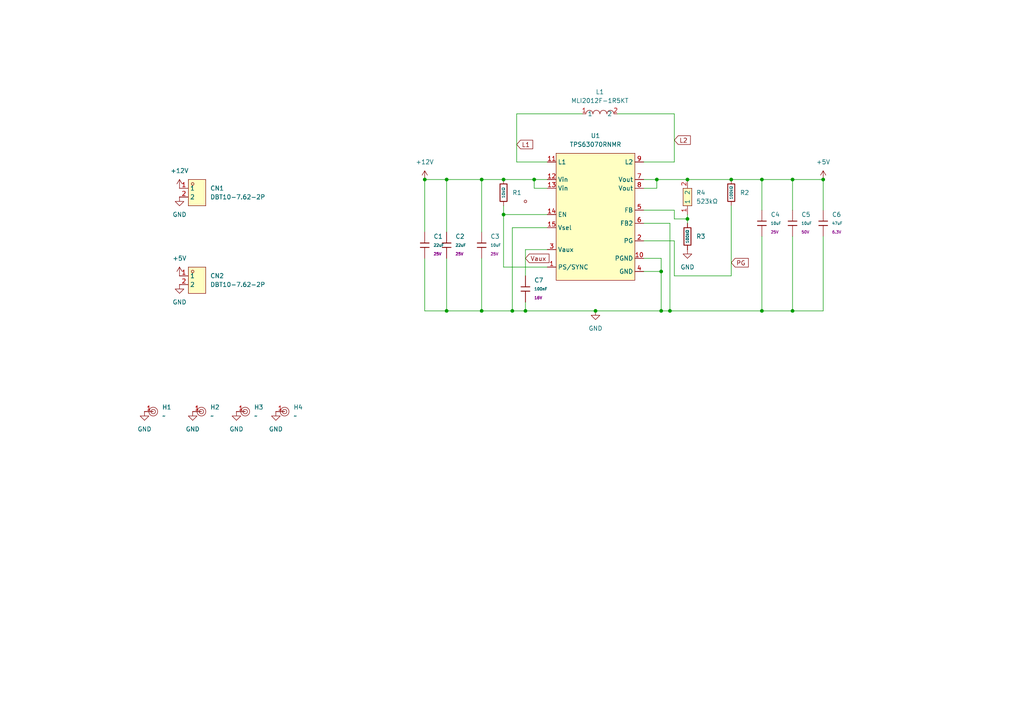
<source format=kicad_sch>
(kicad_sch (version 20250114) (generator "eeschema") (generator_version "9.0")
  (paper "A4")
  (lib_symbols
    (symbol "EasyEDA:ARG05BTC5233"
      (property "Reference" "R" (at 0 5.08 0))
      (property "Value" "ARG05BTC5233" (at 0 -5.08 0))
      (symbol "ARG05BTC5233_0_1"
        (rectangle (start -2.54 1.27) (end 2.54 -1.27) (fill (type background)))
        (pin unspecified line (at -5.08 0 0) (length 2.54) (name "1") (number "1"))
        (pin unspecified line (at 5.08 0 180) (length 2.54) (name "2") (number "2"))
      )
    )
    (symbol "EasyEDA:DBT10-7.62-2P"
      (property "Reference" "U" (at 0 6.35 0))
      (property "Value" "DBT10-7.62-2P" (at 0 -6.35 0))
      (symbol "DBT10-7.62-2P_0_1"
        (rectangle (start -2.54 3.81) (end 2.54 -3.81) (fill (type background)))
        (circle (center -1.27 2.54) (radius 0.38))
        (pin unspecified line (at -5.08 1.27 0) (length 2.54) (name "1") (number "1"))
        (pin unspecified line (at -5.08 -1.27 0) (length 2.54) (name "2") (number "2"))
      )
    )
    (symbol "EasyEDA:MLI2012F-1R5KT"
      (property "Reference" "L" (at 0 5.08 0))
      (property "Value" "MLI2012F-1R5KT" (at 0 -5.08 0))
      (symbol "MLI2012F-1R5KT_0_1"
        (arc (start -4.06 -0.01) (mid -2.83 0.99) (end -2.03 0.01))
        (arc (start -2.03 -0.01) (mid -0.8 0.99) (end 0 0.01))
        (arc (start 0 -0.01) (mid 1.23 0.99) (end 2.03 0.01))
        (arc (start 2.03 -0.01) (mid 3.26 0.99) (end 4.06 0.01))
        (pin unspecified line (at -5.08 0 0) (length 1.016) (name "1") (number "1"))
        (pin unspecified line (at 5.08 0 180) (length 1.016) (name "2") (number "2"))
      )
    )
    (symbol "EasyEDA:TPS63070RNMR"
      (property "Reference" "U1" (at 0 16.51 0))
      (property "Value" "TPS63070RNMR" (at 0 13.97 0))
      (symbol "TPS63070RNMR_0_1"
        (circle (center -20.32 -2.54) (radius 0.38))
        (rectangle (start -11.43 11.43) (end 11.43 -25.4) (fill (type background)))
        (pin unspecified line (at -13.97 8.89 0) (length 2.54) (name "L1") (number "11"))
        (pin unspecified line (at -13.97 3.81 0) (length 2.54) (name "Vin") (number "12"))
        (pin unspecified line (at -13.97 1.27 0) (length 2.54) (name "Vin") (number "13"))
        (pin unspecified line (at -13.97 -6.35 0) (length 2.54) (name "EN") (number "14"))
        (pin unspecified line (at -13.97 -10.16 0) (length 2.54) (name "Vsel") (number "15"))
        (pin unspecified line (at -13.97 -16.51 0) (length 2.54) (name "Vaux") (number "3"))
        (pin unspecified line (at -13.97 -21.59 0) (length 2.54) (name "PS/SYNC") (number "1"))
        (pin unspecified line (at 13.97 8.89 180) (length 2.54) (name "L2") (number "9"))
        (pin unspecified line (at 13.97 3.81 180) (length 2.54) (name "Vout") (number "7"))
        (pin unspecified line (at 13.97 1.27 180) (length 2.54) (name "Vout") (number "8"))
        (pin unspecified line (at 13.97 -5.08 180) (length 2.54) (name "FB") (number "5"))
        (pin unspecified line (at 13.97 -8.89 180) (length 2.54) (name "FB2") (number "6"))
        (pin unspecified line (at 13.97 -13.97 180) (length 2.54) (name "PG") (number "2"))
        (pin unspecified line (at 13.97 -19.05 180) (length 2.54) (name "PGND") (number "10"))
        (pin unspecified line (at 13.97 -22.86 180) (length 2.54) (name "GND") (number "4"))
      )
    )
    (symbol "PCM_JLCPCB-Capacitors:0402,100nF" (pin_numbers (hide yes)) (pin_names (offset 0))
      (property "Reference" "C" (at 2.032 1.668 0))
      (property "Value" "100nF" (at 2.032 -0.3782 0))
      (property "Voltage Rated" "16V" (at 2.032 -2.0462 0))
      (symbol "0402,100nF_0_1"
        (polyline (pts (xy -1.27 0.635) (xy 1.27 0.635)) (stroke (width 0.254)))
        (polyline (pts (xy -1.27 -0.635) (xy 1.27 -0.635)) (stroke (width 0.254)))
      )
      (symbol "0402,100nF_1_1"
        (pin passive line (at 0 3.81 270) (length 3.175) (name "~") (number "1"))
        (pin passive line (at 0 -3.81 90) (length 3.175) (name "~") (number "2"))
      )
    )
    (symbol "PCM_JLCPCB-Capacitors:0603,10uF,(2)" (pin_numbers (hide yes)) (pin_names (offset 0))
      (property "Reference" "C" (at 2.032 1.668 0))
      (property "Value" "10uF" (at 2.032 -0.3782 0))
      (property "Voltage Rated" "25V" (at 2.032 -2.0462 0))
      (symbol "0603,10uF,(2)_0_1"
        (polyline (pts (xy -1.27 0.635) (xy 1.27 0.635)) (stroke (width 0.254)))
        (polyline (pts (xy -1.27 -0.635) (xy 1.27 -0.635)) (stroke (width 0.254)))
      )
      (symbol "0603,10uF,(2)_1_1"
        (pin passive line (at 0 3.81 270) (length 3.175) (name "~") (number "1"))
        (pin passive line (at 0 -3.81 90) (length 3.175) (name "~") (number "2"))
      )
    )
    (symbol "PCM_JLCPCB-Capacitors:0805,10uF,(2)" (pin_numbers (hide yes)) (pin_names (offset 0))
      (property "Reference" "C" (at 2.032 1.668 0))
      (property "Value" "10uF" (at 2.032 -0.3782 0))
      (property "Voltage Rated" "50V" (at 2.032 -2.0462 0))
      (symbol "0805,10uF,(2)_0_1"
        (polyline (pts (xy -1.27 0.635) (xy 1.27 0.635)) (stroke (width 0.254)))
        (polyline (pts (xy -1.27 -0.635) (xy 1.27 -0.635)) (stroke (width 0.254)))
      )
      (symbol "0805,10uF,(2)_1_1"
        (pin passive line (at 0 3.81 270) (length 3.175) (name "~") (number "1"))
        (pin passive line (at 0 -3.81 90) (length 3.175) (name "~") (number "2"))
      )
    )
    (symbol "PCM_JLCPCB-Capacitors:0805,22uF" (pin_numbers (hide yes)) (pin_names (offset 0))
      (property "Reference" "C" (at 2.032 1.668 0))
      (property "Value" "22uF" (at 2.032 -0.3782 0))
      (property "Voltage Rated" "25V" (at 2.032 -2.0462 0))
      (symbol "0805,22uF_0_1"
        (polyline (pts (xy -1.27 0.635) (xy 1.27 0.635)) (stroke (width 0.254)))
        (polyline (pts (xy -1.27 -0.635) (xy 1.27 -0.635)) (stroke (width 0.254)))
      )
      (symbol "0805,22uF_1_1"
        (pin passive line (at 0 3.81 270) (length 3.175) (name "~") (number "1"))
        (pin passive line (at 0 -3.81 90) (length 3.175) (name "~") (number "2"))
      )
    )
    (symbol "PCM_JLCPCB-Capacitors:0805,47uF" (pin_numbers (hide yes)) (pin_names (offset 0))
      (property "Reference" "C" (at 2.032 1.668 0))
      (property "Value" "47uF" (at 2.032 -0.3782 0))
      (property "Voltage Rated" "6.3V" (at 2.032 -2.0462 0))
      (symbol "0805,47uF_0_1"
        (polyline (pts (xy -1.27 0.635) (xy 1.27 0.635)) (stroke (width 0.254)))
        (polyline (pts (xy -1.27 -0.635) (xy 1.27 -0.635)) (stroke (width 0.254)))
      )
      (symbol "0805,47uF_1_1"
        (pin passive line (at 0 3.81 270) (length 3.175) (name "~") (number "1"))
        (pin passive line (at 0 -3.81 90) (length 3.175) (name "~") (number "2"))
      )
    )
    (symbol "PCM_JLCPCB-Manufacturing:Mounting Hole, 3mm, Via Stiched"
      (property "Reference" "H" (at 2.286 0 0))
      (symbol "Mounting Hole, 3mm, Via Stiched_0_1"
        (circle (center 0 0) (radius 0.635))
        (circle (center 0 0) (radius 1.27))
      )
      (symbol "Mounting Hole, 3mm, Via Stiched_1_1"
        (pin passive line (at -2.54 0 0) (length 2.54) (name "") (number "1"))
      )
    )
    (symbol "PCM_JLCPCB-Resistors:0603,100kΩ" (pin_numbers (hide yes)) (pin_names (offset 0))
      (property "Reference" "R" (at 1.778 0 0))
      (property "Value" "100kΩ" (at 0 0 90))
      (symbol "0603,100kΩ_0_1"
        (rectangle (start -1.016 2.54) (end 1.016 -2.54) (stroke (width 0.254)))
      )
      (symbol "0603,100kΩ_1_1"
        (pin passive line (at 0 3.81 270) (length 1.27) (name "~") (number "1"))
        (pin passive line (at 0 -3.81 90) (length 1.27) (name "~") (number "2"))
      )
    )
    (symbol "PCM_JLCPCB-Resistors:0603,10kΩ" (pin_numbers (hide yes)) (pin_names (offset 0))
      (property "Reference" "R" (at 1.778 0 0))
      (property "Value" "10kΩ" (at 0 0 90))
      (symbol "0603,10kΩ_0_1"
        (rectangle (start -1.016 2.54) (end 1.016 -2.54) (stroke (width 0.254)))
      )
      (symbol "0603,10kΩ_1_1"
        (pin passive line (at 0 3.81 270) (length 1.27) (name "~") (number "1"))
        (pin passive line (at 0 -3.81 90) (length 1.27) (name "~") (number "2"))
      )
    )
    (symbol "power:+12V" (power) (pin_numbers (hide yes)) (pin_names (offset 0) (hide yes))
      (property "Value" "+12V" (at 0 3.556 0))
      (symbol "+12V_0_1"
        (polyline (pts (xy -0.762 1.27) (xy 0 2.54)))
        (polyline (pts (xy 0 2.54) (xy 0.762 1.27)))
        (polyline (pts (xy 0 0) (xy 0 2.54)))
      )
      (symbol "+12V_1_1"
        (pin power_in line (at 0 0 90) (length 0) (name "~") (number "1"))
      )
    )
    (symbol "power:GND" (power) (pin_numbers (hide yes)) (pin_names (offset 0) (hide yes))
      (property "Value" "GND" (at 0 -3.81 0))
      (symbol "GND_0_1"
        (polyline (pts (xy 0 0) (xy 0 -1.27) (xy 1.27 -1.27) (xy 0 -2.54) (xy -1.27 -1.27) (xy 0 -1.27)))
      )
      (symbol "GND_1_1"
        (pin power_in line (at 0 0 270) (length 0) (name "~") (number "1"))
      )
    )
  )
  (junction (at 212.09 52.07))
  (junction (at 129.54 52.07))
  (junction (at 191.77 90.17))
  (junction (at 220.98 90.17))
  (junction (at 199.39 52.07))
  (junction (at 123.19 52.07))
  (junction (at 238.76 52.07))
  (junction (at 146.05 62.23))
  (junction (at 146.05 52.07))
  (junction (at 139.7 90.17))
  (junction (at 139.7 52.07))
  (junction (at 148.59 90.17))
  (junction (at 154.94 52.07))
  (junction (at 172.72 90.17))
  (junction (at 229.87 52.07))
  (junction (at 220.98 52.07))
  (junction (at 191.77 78.74))
  (junction (at 199.39 63.5))
  (junction (at 194.31 90.17))
  (junction (at 190.5 52.07))
  (junction (at 229.87 90.17))
  (junction (at 129.54 90.17))
  (junction (at 152.4 90.17))
  (wire (pts (xy 191.77 78.74) (xy 191.77 90.17)))
  (wire (pts (xy 139.7 52.07) (xy 129.54 52.07)))
  (wire (pts (xy 186.69 74.93) (xy 191.77 74.93)))
  (wire (pts (xy 129.54 52.07) (xy 129.54 67.31)))
  (wire (pts (xy 194.31 64.77) (xy 194.31 90.17)))
  (wire (pts (xy 139.7 90.17) (xy 148.59 90.17)))
  (wire (pts (xy 238.76 52.07) (xy 238.76 60.96)))
  (wire (pts (xy 229.87 90.17) (xy 220.98 90.17)))
  (wire (pts (xy 186.69 78.74) (xy 191.77 78.74)))
  (wire (pts (xy 154.94 52.07) (xy 158.75 52.07)))
  (wire (pts (xy 220.98 90.17) (xy 194.31 90.17)))
  (wire (pts (xy 146.05 52.07) (xy 139.7 52.07)))
  (wire (pts (xy 238.76 90.17) (xy 229.87 90.17)))
  (wire (pts (xy 148.59 66.04) (xy 148.59 90.17)))
  (wire (pts (xy 146.05 62.23) (xy 146.05 77.47)))
  (wire (pts (xy 186.69 64.77) (xy 194.31 64.77)))
  (wire (pts (xy 229.87 52.07) (xy 238.76 52.07)))
  (wire (pts (xy 195.58 63.5) (xy 199.39 63.5)))
  (wire (pts (xy 123.19 74.93) (xy 123.19 90.17)))
  (wire (pts (xy 146.05 59.69) (xy 146.05 62.23)))
  (wire (pts (xy 199.39 62.23) (xy 199.39 63.5)))
  (wire (pts (xy 199.39 63.5) (xy 199.39 64.77)))
  (wire (pts (xy 172.72 90.17) (xy 152.4 90.17)))
  (wire (pts (xy 146.05 62.23) (xy 158.75 62.23)))
  (wire (pts (xy 139.7 52.07) (xy 139.7 67.31)))
  (wire (pts (xy 139.7 74.93) (xy 139.7 90.17)))
  (wire (pts (xy 195.58 33.02) (xy 195.58 46.99)))
  (wire (pts (xy 191.77 90.17) (xy 172.72 90.17)))
  (wire (pts (xy 190.5 52.07) (xy 199.39 52.07)))
  (wire (pts (xy 152.4 87.63) (xy 152.4 90.17)))
  (wire (pts (xy 154.94 54.61) (xy 154.94 52.07)))
  (wire (pts (xy 220.98 68.58) (xy 220.98 90.17)))
  (wire (pts (xy 152.4 72.39) (xy 152.4 80.01)))
  (wire (pts (xy 186.69 60.96) (xy 195.58 60.96)))
  (wire (pts (xy 229.87 68.58) (xy 229.87 90.17)))
  (wire (pts (xy 195.58 80.01) (xy 212.09 80.01)))
  (wire (pts (xy 179.07 33.02) (xy 195.58 33.02)))
  (wire (pts (xy 154.94 52.07) (xy 146.05 52.07)))
  (wire (pts (xy 195.58 46.99) (xy 186.69 46.99)))
  (wire (pts (xy 194.31 90.17) (xy 191.77 90.17)))
  (wire (pts (xy 123.19 52.07) (xy 123.19 67.31)))
  (wire (pts (xy 149.86 46.99) (xy 149.86 33.02)))
  (wire (pts (xy 158.75 46.99) (xy 149.86 46.99)))
  (wire (pts (xy 191.77 74.93) (xy 191.77 78.74)))
  (wire (pts (xy 129.54 90.17) (xy 139.7 90.17)))
  (wire (pts (xy 152.4 90.17) (xy 148.59 90.17)))
  (wire (pts (xy 146.05 77.47) (xy 158.75 77.47)))
  (wire (pts (xy 186.69 69.85) (xy 195.58 69.85)))
  (wire (pts (xy 238.76 68.58) (xy 238.76 90.17)))
  (wire (pts (xy 220.98 52.07) (xy 220.98 60.96)))
  (wire (pts (xy 158.75 72.39) (xy 152.4 72.39)))
  (wire (pts (xy 212.09 52.07) (xy 220.98 52.07)))
  (wire (pts (xy 190.5 52.07) (xy 190.5 54.61)))
  (wire (pts (xy 123.19 90.17) (xy 129.54 90.17)))
  (wire (pts (xy 129.54 74.93) (xy 129.54 90.17)))
  (wire (pts (xy 186.69 54.61) (xy 190.5 54.61)))
  (wire (pts (xy 186.69 52.07) (xy 190.5 52.07)))
  (wire (pts (xy 158.75 54.61) (xy 154.94 54.61)))
  (wire (pts (xy 195.58 69.85) (xy 195.58 80.01)))
  (wire (pts (xy 129.54 52.07) (xy 123.19 52.07)))
  (wire (pts (xy 199.39 52.07) (xy 212.09 52.07)))
  (wire (pts (xy 149.86 33.02) (xy 168.91 33.02)))
  (wire (pts (xy 229.87 52.07) (xy 229.87 60.96)))
  (wire (pts (xy 212.09 80.01) (xy 212.09 59.69)))
  (wire (pts (xy 195.58 60.96) (xy 195.58 63.5)))
  (wire (pts (xy 158.75 66.04) (xy 148.59 66.04)))
  (wire (pts (xy 220.98 52.07) (xy 229.87 52.07)))
  (global_label "L1" (shape input) (at 149.86 41.91 0) (property "Intersheetrefs" "${INTERSHEET_REFS}" (effects (hide yes))))
  (global_label "PG" (shape input) (at 212.09 76.2 0) (property "Intersheetrefs" "${INTERSHEET_REFS}" (effects (hide yes))))
  (global_label "L2" (shape input) (at 195.58 40.64 0) (property "Intersheetrefs" "${INTERSHEET_REFS}" (effects (hide yes))))
  (global_label "Vaux" (shape input) (at 152.4 74.93 0) (property "Intersheetrefs" "${INTERSHEET_REFS}" (effects (hide yes))))
  (symbol (lib_id "PCM_JLCPCB-Resistors:0603,100kΩ") (at 212.09 55.88 0) (unit 1)
    (property "Reference" "R2" (at 214.63 55.8799 0) (effects (justify left)))
    (property "Value" "100kΩ" (at 212.09 55.88 90) (effects (font (size 0.8 0.8))))
    (property "Footprint" "PCM_JLCPCB:R_0603" (effects (hide yes)))
    (property "Datasheet" "https://www.lcsc.com/datasheet/lcsc_datasheet_2206010045_UNI-ROYAL-Uniroyal-Elec-0603WAF1003T5E_C25803.pdf" (effects (hide yes)))
    (property "Description" "100mW Thick Film Resistors 75V ±100ppm/°C ±1% 100kΩ 0603 Chip Resistor - Surface Mount ROHS" (effects (hide yes)))
    (property "LCSC" "C25803" (effects (hide yes)))
    (property "Stock" "6974816" (effects (hide yes)))
    (property "Price" "0.004USD" (effects (hide yes)))
    (property "Process" "SMT" (effects (hide yes)))
    (property "Minimum Qty" "20" (effects (hide yes)))
    (property "Attrition Qty" "10" (effects (hide yes)))
    (property "Class" "Basic Component" (effects (hide yes)))
    (property "Category" "Resistors,Chip Resistor - Surface Mount" (effects (hide yes)))
    (property "Manufacturer" "UNI-ROYAL(Uniroyal Elec)" (effects (hide yes)))
    (property "Part" "0603WAF1003T5E" (effects (hide yes)))
    (property "Resistance" "100kΩ" (effects (hide yes)))
    (property "Power(Watts)" "100mW" (effects (hide yes)))
    (property "Type" "Thick Film Resistors" (effects (hide yes)))
    (property "Overload Voltage (Max)" "75V" (effects (hide yes)))
    (property "Operating Temperature Range" "-55°C~+155°C" (effects (hide yes)))
    (property "Tolerance" "±1%" (effects (hide yes)))
    (property "Temperature Coefficient" "±100ppm/°C" (effects (hide yes)))
  )
  (symbol (lib_id "EasyEDA:TPS63070RNMR") (at 172.72 55.88 0) (unit 1)
    (property "Reference" "U1" (at 172.72 39.37 0))
    (property "Value" "TPS63070RNMR" (at 172.72 41.91 0))
    (property "Footprint" "EasyEDA:VQFN-HR-15_L3.0-W2.5-P0.50-BL_TPS63070RNMR" (effects (hide yes)))
    (property "Datasheet" "https://lcsc.com/product-detail/DC-DC-Converters_TI_TPS63070RNMR_TPS63070RNMR_C109322.html" (effects (hide yes)))
    (property "LCSC Part" "C109322" (effects (hide yes)))
  )
  (symbol (lib_id "power:GND") (at 52.07 57.15 0) (unit 1)
    (property "Reference" "#PWR06" (effects (hide yes)))
    (property "Value" "GND" (at 52.07 62.23 0))
    (property "Description" "Power symbol creates a global label with name \"GND\" , ground" (effects (hide yes)))
  )
  (symbol (lib_id "PCM_JLCPCB-Resistors:0603,10kΩ") (at 146.05 55.88 0) (unit 1)
    (property "Reference" "R1" (at 148.59 55.8799 0) (effects (justify left)))
    (property "Value" "10kΩ" (at 146.05 55.88 90) (effects (font (size 0.8 0.8))))
    (property "Footprint" "PCM_JLCPCB:R_0603" (effects (hide yes)))
    (property "Datasheet" "https://www.lcsc.com/datasheet/lcsc_datasheet_2206010045_UNI-ROYAL-Uniroyal-Elec-0603WAF1002T5E_C25804.pdf" (effects (hide yes)))
    (property "Description" "100mW Thick Film Resistors 75V ±100ppm/°C ±1% 10kΩ 0603 Chip Resistor - Surface Mount ROHS" (effects (hide yes)))
    (property "LCSC" "C25804" (effects (hide yes)))
    (property "Stock" "37200143" (effects (hide yes)))
    (property "Price" "0.004USD" (effects (hide yes)))
    (property "Process" "SMT" (effects (hide yes)))
    (property "Minimum Qty" "20" (effects (hide yes)))
    (property "Attrition Qty" "10" (effects (hide yes)))
    (property "Class" "Basic Component" (effects (hide yes)))
    (property "Category" "Resistors,Chip Resistor - Surface Mount" (effects (hide yes)))
    (property "Manufacturer" "UNI-ROYAL(Uniroyal Elec)" (effects (hide yes)))
    (property "Part" "0603WAF1002T5E" (effects (hide yes)))
    (property "Resistance" "10kΩ" (effects (hide yes)))
    (property "Power(Watts)" "100mW" (effects (hide yes)))
    (property "Type" "Thick Film Resistors" (effects (hide yes)))
    (property "Overload Voltage (Max)" "75V" (effects (hide yes)))
    (property "Operating Temperature Range" "-55°C~+155°C" (effects (hide yes)))
    (property "Tolerance" "±1%" (effects (hide yes)))
    (property "Temperature Coefficient" "±100ppm/°C" (effects (hide yes)))
  )
  (symbol (lib_id "EasyEDA:ARG05BTC5233") (at 199.39 57.15 90) (unit 1)
    (property "Reference" "R4" (at 201.93 55.8799 90) (effects (justify right)))
    (property "Value" "523kΩ" (at 201.93 58.4199 90) (effects (justify right)))
    (property "Footprint" "EasyEDA:R0805" (effects (hide yes)))
    (property "LCSC Part" "C2683107" (effects (hide yes)))
  )
  (symbol (lib_id "power:GND") (at 80.01 119.38 0) (unit 1)
    (property "Reference" "#PWR012" (effects (hide yes)))
    (property "Value" "GND" (at 80.01 124.46 0))
    (property "Description" "Power symbol creates a global label with name \"GND\" , ground" (effects (hide yes)))
  )
  (symbol (lib_id "EasyEDA:MLI2012F-1R5KT") (at 173.99 33.02 0) (unit 1)
    (property "Reference" "L1" (at 173.99 26.67 0))
    (property "Value" "MLI2012F-1R5KT" (at 173.99 29.21 0))
    (property "Footprint" "EasyEDA:L0805" (effects (hide yes)))
    (property "LCSC Part" "C2885888" (effects (hide yes)))
  )
  (symbol (lib_id "power:+12V") (at 123.19 52.07 0) (unit 1)
    (property "Reference" "#PWR03" (effects (hide yes)))
    (property "Value" "+12V" (at 123.19 46.99 0))
    (property "Description" "Power symbol creates a global label with name \"+12V\"" (effects (hide yes)))
  )
  (symbol (lib_id "EasyEDA:DBT10-7.62-2P") (at 57.15 81.28 0) (unit 1)
    (property "Reference" "CN2" (at 60.96 80.0099 0) (effects (justify left)))
    (property "Value" "DBT10-7.62-2P" (at 60.96 82.5499 0) (effects (justify left)))
    (property "Footprint" "EasyEDA:CONN-TH_2P-P7.62_DBT10-7.62-2P" (effects (hide yes)))
    (property "Datasheet" "https://lcsc.com/product-detail/Barrier-Terminal-Blocks_DIBO-DBT10-7-62-2P_C395930.html" (effects (hide yes)))
    (property "LCSC Part" "C395930" (effects (hide yes)))
  )
  (symbol (lib_id "PCM_JLCPCB-Capacitors:0805,10uF,(2)") (at 229.87 64.77 0) (unit 1)
    (property "Reference" "C5" (at 232.41 62.2299 0) (effects (justify left)))
    (property "Value" "10uF" (at 232.41 64.77 0) (effects (font (size 0.8 0.8)) (justify left)))
    (property "Footprint" "PCM_JLCPCB:C_0805" (effects (hide yes)))
    (property "Datasheet" "https://www.lcsc.com/datasheet/lcsc_datasheet_2411041759_Murata-Electronics-GRM21BR61H106KE43L_C440198.pdf" (effects (hide yes)))
    (property "Description" "50V 10uF X5R ±10% 0805 Multilayer Ceramic Capacitors MLCC - SMD/SMT ROHS" (effects (hide yes)))
    (property "LCSC" "C440198" (effects (hide yes)))
    (property "Stock" "1578531" (effects (hide yes)))
    (property "Price" "0.066USD" (effects (hide yes)))
    (property "Process" "SMT" (effects (hide yes)))
    (property "Minimum Qty" "5" (effects (hide yes)))
    (property "Attrition Qty" "4" (effects (hide yes)))
    (property "Class" "Basic Component" (effects (hide yes)))
    (property "Category" "Capacitors,Multilayer Ceramic Capacitors MLCC - SMD/SMT" (effects (hide yes)))
    (property "Manufacturer" "Murata Electronics" (effects (hide yes)))
    (property "Part" "GRM21BR61H106KE43L" (effects (hide yes)))
    (property "Voltage Rated" "50V" (at 232.41 67.31 0) (effects (font (size 0.8 0.8)) (justify left)))
    (property "Tolerance" "±10%" (effects (hide yes)))
    (property "Capacitance" "10uF" (effects (hide yes)))
    (property "Temperature Coefficient" "X5R" (effects (hide yes)))
  )
  (symbol (lib_id "power:GND") (at 41.91 119.38 0) (unit 1)
    (property "Reference" "#PWR09" (effects (hide yes)))
    (property "Value" "GND" (at 41.91 124.46 0))
    (property "Description" "Power symbol creates a global label with name \"GND\" , ground" (effects (hide yes)))
  )
  (symbol (lib_id "PCM_JLCPCB-Manufacturing:Mounting Hole, 3mm, Via Stiched") (at 44.45 119.38 0) (unit 1)
    (property "Reference" "H1" (at 46.99 118.1099 0) (effects (justify left)))
    (property "Value" "~" (at 46.99 120.6499 0) (effects (justify left)))
    (property "Footprint" "PCM_JLCPCB:Hole, 3mm" (effects (hide yes)))
  )
  (symbol (lib_id "power:+12V") (at 52.07 54.61 0) (unit 1)
    (property "Reference" "#PWR05" (effects (hide yes)))
    (property "Value" "+12V" (at 52.07 49.53 0))
    (property "Description" "Power symbol creates a global label with name \"+12V\"" (effects (hide yes)))
  )
  (symbol (lib_id "PCM_JLCPCB-Manufacturing:Mounting Hole, 3mm, Via Stiched") (at 58.42 119.38 0) (unit 1)
    (property "Reference" "H2" (at 60.96 118.1099 0) (effects (justify left)))
    (property "Value" "~" (at 60.96 120.6499 0) (effects (justify left)))
    (property "Footprint" "PCM_JLCPCB:Hole, 3mm" (effects (hide yes)))
  )
  (symbol (lib_id "power:+12V") (at 238.76 52.07 0) (unit 1)
    (property "Reference" "#PWR04" (effects (hide yes)))
    (property "Value" "+5V" (at 238.76 46.99 0))
    (property "Description" "Power symbol creates a global label with name \"+12V\"" (effects (hide yes)))
  )
  (symbol (lib_id "PCM_JLCPCB-Manufacturing:Mounting Hole, 3mm, Via Stiched") (at 82.55 119.38 0) (unit 1)
    (property "Reference" "H4" (at 85.09 118.1099 0) (effects (justify left)))
    (property "Value" "~" (at 85.09 120.6499 0) (effects (justify left)))
    (property "Footprint" "PCM_JLCPCB:Hole, 3mm" (effects (hide yes)))
  )
  (symbol (lib_id "PCM_JLCPCB-Capacitors:0805,47uF") (at 238.76 64.77 0) (unit 1)
    (property "Reference" "C6" (at 241.3 62.2299 0) (effects (justify left)))
    (property "Value" "47uF" (at 241.3 64.77 0) (effects (font (size 0.8 0.8)) (justify left)))
    (property "Footprint" "PCM_JLCPCB:C_0805" (effects (hide yes)))
    (property "Datasheet" "https://www.lcsc.com/datasheet/lcsc_datasheet_2304140030_Samsung-Electro-Mechanics-CL21A476MQYNNNE_C16780.pdf" (effects (hide yes)))
    (property "Description" "6.3V 47uF X5R ±20% 0805 Multilayer Ceramic Capacitors MLCC - SMD/SMT ROHS" (effects (hide yes)))
    (property "LCSC" "C16780" (effects (hide yes)))
    (property "Stock" "621973" (effects (hide yes)))
    (property "Price" "0.030USD" (effects (hide yes)))
    (property "Process" "SMT" (effects (hide yes)))
    (property "Minimum Qty" "5" (effects (hide yes)))
    (property "Attrition Qty" "6" (effects (hide yes)))
    (property "Class" "Basic Component" (effects (hide yes)))
    (property "Category" "Capacitors,Multilayer Ceramic Capacitors MLCC - SMD/SMT" (effects (hide yes)))
    (property "Manufacturer" "Samsung Electro-Mechanics" (effects (hide yes)))
    (property "Part" "CL21A476MQYNNNE" (effects (hide yes)))
    (property "Voltage Rated" "6.3V" (at 241.3 67.31 0) (effects (font (size 0.8 0.8)) (justify left)))
    (property "Tolerance" "±20%" (effects (hide yes)))
    (property "Capacitance" "47uF" (effects (hide yes)))
    (property "Temperature Coefficient" "X5R" (effects (hide yes)))
  )
  (symbol (lib_id "power:GND") (at 68.58 119.38 0) (unit 1)
    (property "Reference" "#PWR011" (effects (hide yes)))
    (property "Value" "GND" (at 68.58 124.46 0))
    (property "Description" "Power symbol creates a global label with name \"GND\" , ground" (effects (hide yes)))
  )
  (symbol (lib_id "PCM_JLCPCB-Manufacturing:Mounting Hole, 3mm, Via Stiched") (at 71.12 119.38 0) (unit 1)
    (property "Reference" "H3" (at 73.66 118.1099 0) (effects (justify left)))
    (property "Value" "~" (at 73.66 120.6499 0) (effects (justify left)))
    (property "Footprint" "PCM_JLCPCB:Hole, 3mm" (effects (hide yes)))
  )
  (symbol (lib_id "PCM_JLCPCB-Capacitors:0402,100nF") (at 152.4 83.82 0) (unit 1)
    (property "Reference" "C7" (at 154.94 81.2799 0) (effects (justify left)))
    (property "Value" "100nF" (at 154.94 83.82 0) (effects (font (size 0.8 0.8)) (justify left)))
    (property "Footprint" "PCM_JLCPCB:C_0402" (effects (hide yes)))
    (property "Datasheet" "https://www.lcsc.com/datasheet/lcsc_datasheet_2304140030_Samsung-Electro-Mechanics-CL05B104KO5NNNC_C1525.pdf" (effects (hide yes)))
    (property "Description" "16V 100nF X7R ±10% 0402 Multilayer Ceramic Capacitors MLCC - SMD/SMT ROHS" (effects (hide yes)))
    (property "LCSC" "C1525" (effects (hide yes)))
    (property "Stock" "16712941" (effects (hide yes)))
    (property "Price" "0.004USD" (effects (hide yes)))
    (property "Process" "SMT" (effects (hide yes)))
    (property "Minimum Qty" "20" (effects (hide yes)))
    (property "Attrition Qty" "10" (effects (hide yes)))
    (property "Class" "Basic Component" (effects (hide yes)))
    (property "Category" "Capacitors,Multilayer Ceramic Capacitors MLCC - SMD/SMT" (effects (hide yes)))
    (property "Manufacturer" "Samsung Electro-Mechanics" (effects (hide yes)))
    (property "Part" "CL05B104KO5NNNC" (effects (hide yes)))
    (property "Voltage Rated" "16V" (at 154.94 86.36 0) (effects (font (size 0.8 0.8)) (justify left)))
    (property "Tolerance" "±10%" (effects (hide yes)))
    (property "Capacitance" "100nF" (effects (hide yes)))
    (property "Temperature Coefficient" "X7R" (effects (hide yes)))
  )
  (symbol (lib_id "PCM_JLCPCB-Capacitors:0603,10uF,(2)") (at 220.98 64.77 0) (unit 1)
    (property "Reference" "C4" (at 223.52 62.2299 0) (effects (justify left)))
    (property "Value" "10uF" (at 223.52 64.77 0) (effects (font (size 0.8 0.8)) (justify left)))
    (property "Footprint" "PCM_JLCPCB:C_0603" (effects (hide yes)))
    (property "Datasheet" "https://www.lcsc.com/datasheet/lcsc_datasheet_2304140030_Samsung-Electro-Mechanics-CL10A106MA8NRNC_C96446.pdf" (effects (hide yes)))
    (property "Description" "25V 10uF X5R ±20% 0603 Multilayer Ceramic Capacitors MLCC - SMD/SMT ROHS" (effects (hide yes)))
    (property "LCSC" "C96446" (effects (hide yes)))
    (property "Stock" "3903701" (effects (hide yes)))
    (property "Price" "0.021USD" (effects (hide yes)))
    (property "Process" "SMT" (effects (hide yes)))
    (property "Minimum Qty" "20" (effects (hide yes)))
    (property "Attrition Qty" "8" (effects (hide yes)))
    (property "Class" "Basic Component" (effects (hide yes)))
    (property "Category" "Capacitors,Multilayer Ceramic Capacitors MLCC - SMD/SMT" (effects (hide yes)))
    (property "Manufacturer" "Samsung Electro-Mechanics" (effects (hide yes)))
    (property "Part" "CL10A106MA8NRNC" (effects (hide yes)))
    (property "Voltage Rated" "25V" (at 223.52 67.31 0) (effects (font (size 0.8 0.8)) (justify left)))
    (property "Tolerance" "±20%" (effects (hide yes)))
    (property "Capacitance" "10uF" (effects (hide yes)))
    (property "Temperature Coefficient" "X5R" (effects (hide yes)))
  )
  (symbol (lib_id "EasyEDA:DBT10-7.62-2P") (at 57.15 55.88 0) (unit 1)
    (property "Reference" "CN1" (at 60.96 54.6099 0) (effects (justify left)))
    (property "Value" "DBT10-7.62-2P" (at 60.96 57.1499 0) (effects (justify left)))
    (property "Footprint" "EasyEDA:CONN-TH_2P-P7.62_DBT10-7.62-2P" (effects (hide yes)))
    (property "Datasheet" "https://lcsc.com/product-detail/Barrier-Terminal-Blocks_DIBO-DBT10-7-62-2P_C395930.html" (effects (hide yes)))
    (property "LCSC Part" "C395930" (effects (hide yes)))
  )
  (symbol (lib_id "PCM_JLCPCB-Capacitors:0805,22uF") (at 129.54 71.12 0) (unit 1)
    (property "Reference" "C2" (at 132.08 68.5799 0) (effects (justify left)))
    (property "Value" "22uF" (at 132.08 71.12 0) (effects (font (size 0.8 0.8)) (justify left)))
    (property "Footprint" "PCM_JLCPCB:C_0805" (effects (hide yes)))
    (property "Datasheet" "https://www.lcsc.com/datasheet/lcsc_datasheet_2304140030_Samsung-Electro-Mechanics-CL21A226MAQNNNE_C45783.pdf" (effects (hide yes)))
    (property "Description" "25V 22uF X5R ±20% 0805 Multilayer Ceramic Capacitors MLCC - SMD/SMT ROHS" (effects (hide yes)))
    (property "LCSC" "C45783" (effects (hide yes)))
    (property "Stock" "5698186" (effects (hide yes)))
    (property "Price" "0.027USD" (effects (hide yes)))
    (property "Process" "SMT" (effects (hide yes)))
    (property "Minimum Qty" "20" (effects (hide yes)))
    (property "Attrition Qty" "8" (effects (hide yes)))
    (property "Class" "Basic Component" (effects (hide yes)))
    (property "Category" "Capacitors,Multilayer Ceramic Capacitors MLCC - SMD/SMT" (effects (hide yes)))
    (property "Manufacturer" "Samsung Electro-Mechanics" (effects (hide yes)))
    (property "Part" "CL21A226MAQNNNE" (effects (hide yes)))
    (property "Voltage Rated" "25V" (at 132.08 73.66 0) (effects (font (size 0.8 0.8)) (justify left)))
    (property "Tolerance" "±20%" (effects (hide yes)))
    (property "Capacitance" "22uF" (effects (hide yes)))
    (property "Temperature Coefficient" "X5R" (effects (hide yes)))
  )
  (symbol (lib_id "PCM_JLCPCB-Resistors:0603,100kΩ") (at 199.39 68.58 0) (unit 1)
    (property "Reference" "R3" (at 201.93 68.5799 0) (effects (justify left)))
    (property "Value" "100kΩ" (at 199.39 68.58 90) (effects (font (size 0.8 0.8))))
    (property "Footprint" "PCM_JLCPCB:R_0603" (effects (hide yes)))
    (property "Datasheet" "https://www.lcsc.com/datasheet/lcsc_datasheet_2206010045_UNI-ROYAL-Uniroyal-Elec-0603WAF1003T5E_C25803.pdf" (effects (hide yes)))
    (property "Description" "100mW Thick Film Resistors 75V ±100ppm/°C ±1% 100kΩ 0603 Chip Resistor - Surface Mount ROHS" (effects (hide yes)))
    (property "LCSC" "C25803" (effects (hide yes)))
    (property "Stock" "6974816" (effects (hide yes)))
    (property "Price" "0.004USD" (effects (hide yes)))
    (property "Process" "SMT" (effects (hide yes)))
    (property "Minimum Qty" "20" (effects (hide yes)))
    (property "Attrition Qty" "10" (effects (hide yes)))
    (property "Class" "Basic Component" (effects (hide yes)))
    (property "Category" "Resistors,Chip Resistor - Surface Mount" (effects (hide yes)))
    (property "Manufacturer" "UNI-ROYAL(Uniroyal Elec)" (effects (hide yes)))
    (property "Part" "0603WAF1003T5E" (effects (hide yes)))
    (property "Resistance" "100kΩ" (effects (hide yes)))
    (property "Power(Watts)" "100mW" (effects (hide yes)))
    (property "Type" "Thick Film Resistors" (effects (hide yes)))
    (property "Overload Voltage (Max)" "75V" (effects (hide yes)))
    (property "Operating Temperature Range" "-55°C~+155°C" (effects (hide yes)))
    (property "Tolerance" "±1%" (effects (hide yes)))
    (property "Temperature Coefficient" "±100ppm/°C" (effects (hide yes)))
  )
  (symbol (lib_id "power:GND") (at 199.39 72.39 0) (unit 1)
    (property "Reference" "#PWR01" (effects (hide yes)))
    (property "Value" "GND" (at 199.39 77.47 0))
    (property "Description" "Power symbol creates a global label with name \"GND\" , ground" (effects (hide yes)))
  )
  (symbol (lib_id "PCM_JLCPCB-Capacitors:0805,22uF") (at 123.19 71.12 0) (unit 1)
    (property "Reference" "C1" (at 125.73 68.5799 0) (effects (justify left)))
    (property "Value" "22uF" (at 125.73 71.12 0) (effects (font (size 0.8 0.8)) (justify left)))
    (property "Footprint" "PCM_JLCPCB:C_0805" (effects (hide yes)))
    (property "Datasheet" "https://www.lcsc.com/datasheet/lcsc_datasheet_2304140030_Samsung-Electro-Mechanics-CL21A226MAQNNNE_C45783.pdf" (effects (hide yes)))
    (property "Description" "25V 22uF X5R ±20% 0805 Multilayer Ceramic Capacitors MLCC - SMD/SMT ROHS" (effects (hide yes)))
    (property "LCSC" "C45783" (effects (hide yes)))
    (property "Stock" "5698186" (effects (hide yes)))
    (property "Price" "0.027USD" (effects (hide yes)))
    (property "Process" "SMT" (effects (hide yes)))
    (property "Minimum Qty" "20" (effects (hide yes)))
    (property "Attrition Qty" "8" (effects (hide yes)))
    (property "Class" "Basic Component" (effects (hide yes)))
    (property "Category" "Capacitors,Multilayer Ceramic Capacitors MLCC - SMD/SMT" (effects (hide yes)))
    (property "Manufacturer" "Samsung Electro-Mechanics" (effects (hide yes)))
    (property "Part" "CL21A226MAQNNNE" (effects (hide yes)))
    (property "Voltage Rated" "25V" (at 125.73 73.66 0) (effects (font (size 0.8 0.8)) (justify left)))
    (property "Tolerance" "±20%" (effects (hide yes)))
    (property "Capacitance" "22uF" (effects (hide yes)))
    (property "Temperature Coefficient" "X5R" (effects (hide yes)))
  )
  (symbol (lib_id "PCM_JLCPCB-Capacitors:0603,10uF,(2)") (at 139.7 71.12 0) (unit 1)
    (property "Reference" "C3" (at 142.24 68.5799 0) (effects (justify left)))
    (property "Value" "10uF" (at 142.24 71.12 0) (effects (font (size 0.8 0.8)) (justify left)))
    (property "Footprint" "PCM_JLCPCB:C_0603" (effects (hide yes)))
    (property "Datasheet" "https://www.lcsc.com/datasheet/lcsc_datasheet_2304140030_Samsung-Electro-Mechanics-CL10A106MA8NRNC_C96446.pdf" (effects (hide yes)))
    (property "Description" "25V 10uF X5R ±20% 0603 Multilayer Ceramic Capacitors MLCC - SMD/SMT ROHS" (effects (hide yes)))
    (property "LCSC" "C96446" (effects (hide yes)))
    (property "Stock" "3903701" (effects (hide yes)))
    (property "Price" "0.021USD" (effects (hide yes)))
    (property "Process" "SMT" (effects (hide yes)))
    (property "Minimum Qty" "20" (effects (hide yes)))
    (property "Attrition Qty" "8" (effects (hide yes)))
    (property "Class" "Basic Component" (effects (hide yes)))
    (property "Category" "Capacitors,Multilayer Ceramic Capacitors MLCC - SMD/SMT" (effects (hide yes)))
    (property "Manufacturer" "Samsung Electro-Mechanics" (effects (hide yes)))
    (property "Part" "CL10A106MA8NRNC" (effects (hide yes)))
    (property "Voltage Rated" "25V" (at 142.24 73.66 0) (effects (font (size 0.8 0.8)) (justify left)))
    (property "Tolerance" "±20%" (effects (hide yes)))
    (property "Capacitance" "10uF" (effects (hide yes)))
    (property "Temperature Coefficient" "X5R" (effects (hide yes)))
  )
  (symbol (lib_id "power:GND") (at 55.88 119.38 0) (unit 1)
    (property "Reference" "#PWR010" (effects (hide yes)))
    (property "Value" "GND" (at 55.88 124.46 0))
    (property "Description" "Power symbol creates a global label with name \"GND\" , ground" (effects (hide yes)))
  )
  (symbol (lib_id "power:GND") (at 52.07 82.55 0) (unit 1)
    (property "Reference" "#PWR08" (effects (hide yes)))
    (property "Value" "GND" (at 52.07 87.63 0))
    (property "Description" "Power symbol creates a global label with name \"GND\" , ground" (effects (hide yes)))
  )
  (symbol (lib_id "power:+12V") (at 52.07 80.01 0) (unit 1)
    (property "Reference" "#PWR07" (effects (hide yes)))
    (property "Value" "+5V" (at 52.07 74.93 0))
    (property "Description" "Power symbol creates a global label with name \"+12V\"" (effects (hide yes)))
  )
  (symbol (lib_id "power:GND") (at 172.72 90.17 0) (unit 1)
    (property "Reference" "#PWR02" (effects (hide yes)))
    (property "Value" "GND" (at 172.72 95.25 0))
    (property "Description" "Power symbol creates a global label with name \"GND\" , ground" (effects (hide yes)))
  )
)
</source>
